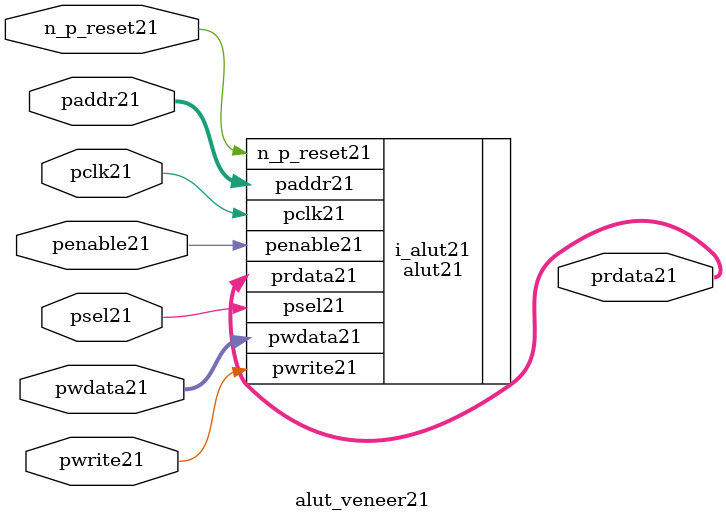
<source format=v>
module alut_veneer21
(   
   // Inputs21
   pclk21,
   n_p_reset21,
   psel21,            
   penable21,       
   pwrite21,         
   paddr21,           
   pwdata21,          

   // Outputs21
   prdata21  
);

   // APB21 Inputs21
   input             pclk21;               // APB21 clock21                          
   input             n_p_reset21;          // Reset21                              
   input             psel21;               // Module21 select21 signal21               
   input             penable21;            // Enable21 signal21                      
   input             pwrite21;             // Write when HIGH21 and read when LOW21  
   input [6:0]       paddr21;              // Address bus for read write         
   input [31:0]      pwdata21;             // APB21 write bus                      

   output [31:0]     prdata21;             // APB21 read bus                       


//-----------------------------------------------------------------------
//##############################################################################
// if the ALUT21 is NOT21 black21 boxed21 
//##############################################################################
`ifndef FV_KIT_BLACK_BOX_LUT21 


alut21 i_alut21 (
        //inputs21
        . n_p_reset21(n_p_reset21),
        . pclk21(pclk21),
        . psel21(psel21),
        . penable21(penable21),
        . pwrite21(pwrite21),
        . paddr21(paddr21[6:0]),
        . pwdata21(pwdata21),

        //outputs21
        . prdata21(prdata21)
);


`else 
//##############################################################################
// if the <module> is black21 boxed21 
//##############################################################################

   // APB21 Inputs21
   wire              pclk21;               // APB21 clock21                          
   wire              n_p_reset21;          // Reset21                              
   wire              psel21;               // Module21 select21 signal21               
   wire              penable21;            // Enable21 signal21                      
   wire              pwrite21;             // Write when HIGH21 and read when LOW21  
   wire  [6:0]       paddr21;              // Address bus for read write         
   wire  [31:0]      pwdata21;             // APB21 write bus                      

   reg   [31:0]      prdata21;             // APB21 read bus                       


`endif

endmodule

</source>
